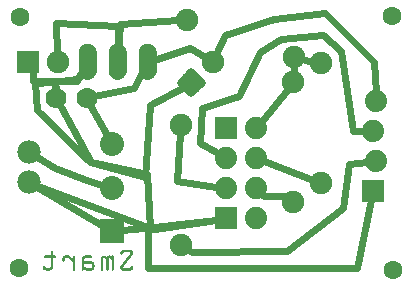
<source format=gbl>
G04 MADE WITH FRITZING*
G04 WWW.FRITZING.ORG*
G04 DOUBLE SIDED*
G04 HOLES PLATED*
G04 CONTOUR ON CENTER OF CONTOUR VECTOR*
%ASAXBY*%
%FSLAX23Y23*%
%MOIN*%
%OFA0B0*%
%SFA1.0B1.0*%
%ADD10C,0.075000*%
%ADD11C,0.062992*%
%ADD12C,0.078000*%
%ADD13C,0.080000*%
%ADD14C,0.070000*%
%ADD15C,0.060000*%
%ADD16C,0.074000*%
%ADD17C,0.074472*%
%ADD18R,0.075000X0.075000*%
%ADD19R,0.074108X0.074472*%
%ADD20C,0.024000*%
%ADD21C,0.020000*%
%ADD22R,0.001000X0.001000*%
%LNCOPPER0*%
G90*
G70*
G54D10*
X623Y899D03*
X980Y773D03*
G54D11*
X65Y70D03*
X66Y908D03*
X1310Y65D03*
X1306Y910D03*
G54D12*
X99Y356D03*
X99Y456D03*
G54D13*
X374Y194D03*
X374Y339D03*
X374Y484D03*
G54D10*
X639Y689D03*
X710Y759D03*
X93Y758D03*
X193Y758D03*
X1070Y353D03*
X1070Y753D03*
X979Y291D03*
X979Y691D03*
X605Y549D03*
X605Y149D03*
G54D14*
X189Y638D03*
X290Y638D03*
G54D15*
X293Y758D03*
X393Y758D03*
X493Y758D03*
G54D16*
X1245Y328D03*
X1255Y428D03*
X1245Y528D03*
X1255Y628D03*
G54D17*
X753Y236D03*
X853Y236D03*
X753Y337D03*
X853Y337D03*
X753Y438D03*
X853Y438D03*
X753Y538D03*
X853Y538D03*
G54D18*
X93Y758D03*
G54D19*
X753Y236D03*
X753Y538D03*
G54D20*
X344Y212D02*
X125Y340D01*
D02*
X501Y203D02*
X127Y345D01*
D02*
X490Y385D02*
X501Y203D01*
D02*
X303Y425D02*
X490Y385D01*
D02*
X202Y615D02*
X303Y425D01*
D02*
X301Y425D02*
X125Y599D01*
D02*
X116Y688D02*
X173Y691D01*
D02*
X173Y691D02*
X257Y702D01*
D02*
X257Y702D02*
X276Y732D01*
D02*
X125Y599D02*
X116Y688D01*
D02*
X485Y374D02*
X301Y425D01*
D02*
X501Y615D02*
X485Y374D01*
D02*
X614Y675D02*
X501Y615D01*
D02*
X493Y70D02*
X493Y198D01*
D02*
X493Y198D02*
X722Y232D01*
D02*
X1190Y70D02*
X493Y70D01*
D02*
X1239Y298D02*
X1190Y70D01*
D02*
X515Y206D02*
X722Y232D01*
D02*
X409Y197D02*
X515Y206D01*
D02*
X184Y695D02*
X187Y664D01*
D02*
X256Y695D02*
X184Y695D01*
D02*
X277Y731D02*
X256Y695D01*
D02*
X393Y878D02*
X393Y789D01*
D02*
X189Y886D02*
X393Y878D01*
D02*
X192Y786D02*
X189Y886D01*
D02*
X635Y804D02*
X523Y767D01*
D02*
X685Y774D02*
X635Y804D01*
D02*
X184Y671D02*
X185Y664D01*
D02*
X184Y695D02*
X184Y671D01*
D02*
X112Y695D02*
X184Y695D01*
D02*
X112Y719D02*
X112Y695D01*
D02*
X106Y732D02*
X112Y719D01*
D02*
X873Y562D02*
X961Y669D01*
D02*
X641Y123D02*
X628Y132D01*
D02*
X956Y126D02*
X641Y123D01*
D02*
X1143Y271D02*
X956Y126D01*
D02*
X1164Y416D02*
X1143Y271D01*
D02*
X1225Y424D02*
X1164Y416D01*
D02*
X667Y486D02*
X726Y453D01*
D02*
X675Y604D02*
X667Y486D01*
D02*
X797Y643D02*
X675Y604D01*
D02*
X869Y791D02*
X797Y643D01*
D02*
X939Y834D02*
X869Y791D01*
D02*
X1078Y849D02*
X939Y834D01*
D02*
X1139Y793D02*
X1078Y849D01*
D02*
X1179Y529D02*
X1139Y793D01*
D02*
X1214Y529D02*
X1179Y529D01*
D02*
X915Y900D02*
X1084Y920D01*
D02*
X1084Y920D02*
X1247Y756D01*
D02*
X751Y847D02*
X915Y900D01*
D02*
X1247Y756D02*
X1253Y659D01*
D02*
X722Y785D02*
X751Y847D01*
D02*
X594Y897D02*
X401Y884D01*
D02*
X401Y884D02*
X395Y789D01*
D02*
X448Y671D02*
X315Y643D01*
D02*
X479Y730D02*
X448Y671D01*
D02*
X302Y615D02*
X358Y514D01*
D02*
X980Y720D02*
X980Y744D01*
D02*
X1008Y766D02*
X1042Y759D01*
D02*
X183Y404D02*
X125Y440D01*
D02*
X297Y360D02*
X183Y404D01*
D02*
X341Y348D02*
X297Y360D01*
D02*
X1043Y363D02*
X882Y426D01*
D02*
X591Y362D02*
X722Y342D01*
D02*
X602Y520D02*
X591Y362D01*
D02*
X880Y311D02*
X875Y315D01*
D02*
X952Y311D02*
X880Y311D01*
D02*
X956Y308D02*
X952Y311D01*
G54D21*
X639Y728D02*
X678Y689D01*
X639Y650D01*
X600Y689D01*
X639Y728D01*
D02*
G54D22*
X292Y818D02*
X293Y818D01*
X392Y818D02*
X393Y818D01*
X492Y818D02*
X493Y818D01*
X285Y817D02*
X300Y817D01*
X385Y817D02*
X400Y817D01*
X485Y817D02*
X500Y817D01*
X282Y816D02*
X303Y816D01*
X382Y816D02*
X403Y816D01*
X482Y816D02*
X503Y816D01*
X280Y815D02*
X305Y815D01*
X380Y815D02*
X405Y815D01*
X480Y815D02*
X505Y815D01*
X278Y814D02*
X307Y814D01*
X378Y814D02*
X407Y814D01*
X478Y814D02*
X507Y814D01*
X277Y813D02*
X309Y813D01*
X377Y813D02*
X409Y813D01*
X477Y813D02*
X509Y813D01*
X275Y812D02*
X310Y812D01*
X375Y812D02*
X410Y812D01*
X475Y812D02*
X510Y812D01*
X274Y811D02*
X311Y811D01*
X374Y811D02*
X411Y811D01*
X474Y811D02*
X511Y811D01*
X273Y810D02*
X313Y810D01*
X373Y810D02*
X413Y810D01*
X473Y810D02*
X513Y810D01*
X272Y809D02*
X314Y809D01*
X372Y809D02*
X414Y809D01*
X472Y809D02*
X514Y809D01*
X271Y808D02*
X315Y808D01*
X371Y808D02*
X415Y808D01*
X471Y808D02*
X515Y808D01*
X270Y807D02*
X315Y807D01*
X370Y807D02*
X415Y807D01*
X470Y807D02*
X515Y807D01*
X269Y806D02*
X316Y806D01*
X369Y806D02*
X416Y806D01*
X469Y806D02*
X516Y806D01*
X268Y805D02*
X317Y805D01*
X368Y805D02*
X417Y805D01*
X468Y805D02*
X517Y805D01*
X268Y804D02*
X318Y804D01*
X368Y804D02*
X418Y804D01*
X468Y804D02*
X518Y804D01*
X267Y803D02*
X318Y803D01*
X367Y803D02*
X418Y803D01*
X467Y803D02*
X518Y803D01*
X267Y802D02*
X319Y802D01*
X367Y802D02*
X419Y802D01*
X467Y802D02*
X519Y802D01*
X266Y801D02*
X319Y801D01*
X366Y801D02*
X419Y801D01*
X466Y801D02*
X519Y801D01*
X266Y800D02*
X320Y800D01*
X366Y800D02*
X420Y800D01*
X466Y800D02*
X520Y800D01*
X265Y799D02*
X320Y799D01*
X365Y799D02*
X420Y799D01*
X465Y799D02*
X520Y799D01*
X265Y798D02*
X320Y798D01*
X365Y798D02*
X420Y798D01*
X465Y798D02*
X520Y798D01*
X265Y797D02*
X321Y797D01*
X365Y797D02*
X421Y797D01*
X465Y797D02*
X521Y797D01*
X264Y796D02*
X321Y796D01*
X364Y796D02*
X421Y796D01*
X464Y796D02*
X521Y796D01*
X264Y795D02*
X321Y795D01*
X364Y795D02*
X421Y795D01*
X464Y795D02*
X521Y795D01*
X264Y794D02*
X322Y794D01*
X364Y794D02*
X422Y794D01*
X464Y794D02*
X522Y794D01*
X264Y793D02*
X322Y793D01*
X364Y793D02*
X422Y793D01*
X464Y793D02*
X522Y793D01*
X263Y792D02*
X322Y792D01*
X363Y792D02*
X422Y792D01*
X463Y792D02*
X522Y792D01*
X263Y791D02*
X322Y791D01*
X363Y791D02*
X422Y791D01*
X463Y791D02*
X522Y791D01*
X263Y790D02*
X322Y790D01*
X363Y790D02*
X422Y790D01*
X463Y790D02*
X522Y790D01*
X263Y789D02*
X322Y789D01*
X363Y789D02*
X422Y789D01*
X463Y789D02*
X522Y789D01*
X263Y788D02*
X322Y788D01*
X363Y788D02*
X422Y788D01*
X463Y788D02*
X522Y788D01*
X263Y787D02*
X322Y787D01*
X363Y787D02*
X422Y787D01*
X463Y787D02*
X522Y787D01*
X263Y786D02*
X322Y786D01*
X363Y786D02*
X422Y786D01*
X463Y786D02*
X522Y786D01*
X263Y785D02*
X322Y785D01*
X363Y785D02*
X422Y785D01*
X463Y785D02*
X522Y785D01*
X263Y784D02*
X322Y784D01*
X363Y784D02*
X422Y784D01*
X463Y784D02*
X522Y784D01*
X263Y783D02*
X322Y783D01*
X363Y783D02*
X422Y783D01*
X463Y783D02*
X522Y783D01*
X263Y782D02*
X322Y782D01*
X363Y782D02*
X422Y782D01*
X463Y782D02*
X522Y782D01*
X263Y781D02*
X322Y781D01*
X363Y781D02*
X422Y781D01*
X463Y781D02*
X522Y781D01*
X263Y780D02*
X322Y780D01*
X363Y780D02*
X422Y780D01*
X463Y780D02*
X522Y780D01*
X263Y779D02*
X322Y779D01*
X363Y779D02*
X422Y779D01*
X463Y779D02*
X522Y779D01*
X263Y778D02*
X292Y778D01*
X294Y778D02*
X322Y778D01*
X363Y778D02*
X392Y778D01*
X394Y778D02*
X422Y778D01*
X463Y778D02*
X492Y778D01*
X494Y778D02*
X522Y778D01*
X263Y777D02*
X286Y777D01*
X299Y777D02*
X322Y777D01*
X363Y777D02*
X386Y777D01*
X399Y777D02*
X422Y777D01*
X463Y777D02*
X486Y777D01*
X499Y777D02*
X522Y777D01*
X263Y776D02*
X283Y776D01*
X302Y776D02*
X322Y776D01*
X363Y776D02*
X383Y776D01*
X402Y776D02*
X422Y776D01*
X463Y776D02*
X483Y776D01*
X502Y776D02*
X522Y776D01*
X263Y775D02*
X282Y775D01*
X304Y775D02*
X322Y775D01*
X363Y775D02*
X382Y775D01*
X404Y775D02*
X422Y775D01*
X463Y775D02*
X482Y775D01*
X504Y775D02*
X522Y775D01*
X263Y774D02*
X280Y774D01*
X305Y774D02*
X322Y774D01*
X363Y774D02*
X380Y774D01*
X405Y774D02*
X422Y774D01*
X463Y774D02*
X480Y774D01*
X505Y774D02*
X522Y774D01*
X263Y773D02*
X279Y773D01*
X306Y773D02*
X322Y773D01*
X363Y773D02*
X379Y773D01*
X406Y773D02*
X422Y773D01*
X463Y773D02*
X479Y773D01*
X506Y773D02*
X522Y773D01*
X263Y772D02*
X278Y772D01*
X307Y772D02*
X322Y772D01*
X363Y772D02*
X378Y772D01*
X407Y772D02*
X422Y772D01*
X463Y772D02*
X478Y772D01*
X507Y772D02*
X522Y772D01*
X263Y771D02*
X277Y771D01*
X308Y771D02*
X322Y771D01*
X363Y771D02*
X377Y771D01*
X408Y771D02*
X422Y771D01*
X463Y771D02*
X477Y771D01*
X508Y771D02*
X522Y771D01*
X263Y770D02*
X276Y770D01*
X309Y770D02*
X322Y770D01*
X363Y770D02*
X376Y770D01*
X409Y770D02*
X422Y770D01*
X463Y770D02*
X476Y770D01*
X509Y770D02*
X522Y770D01*
X263Y769D02*
X275Y769D01*
X310Y769D02*
X322Y769D01*
X363Y769D02*
X375Y769D01*
X410Y769D02*
X422Y769D01*
X463Y769D02*
X475Y769D01*
X510Y769D02*
X522Y769D01*
X263Y768D02*
X275Y768D01*
X310Y768D02*
X322Y768D01*
X363Y768D02*
X375Y768D01*
X410Y768D02*
X422Y768D01*
X463Y768D02*
X475Y768D01*
X510Y768D02*
X522Y768D01*
X263Y767D02*
X274Y767D01*
X311Y767D02*
X322Y767D01*
X363Y767D02*
X374Y767D01*
X411Y767D02*
X422Y767D01*
X463Y767D02*
X474Y767D01*
X511Y767D02*
X522Y767D01*
X263Y766D02*
X274Y766D01*
X311Y766D02*
X322Y766D01*
X363Y766D02*
X374Y766D01*
X411Y766D02*
X422Y766D01*
X463Y766D02*
X474Y766D01*
X511Y766D02*
X522Y766D01*
X263Y765D02*
X273Y765D01*
X312Y765D02*
X322Y765D01*
X363Y765D02*
X373Y765D01*
X412Y765D02*
X422Y765D01*
X463Y765D02*
X473Y765D01*
X512Y765D02*
X522Y765D01*
X263Y764D02*
X273Y764D01*
X312Y764D02*
X322Y764D01*
X363Y764D02*
X373Y764D01*
X412Y764D02*
X422Y764D01*
X463Y764D02*
X473Y764D01*
X512Y764D02*
X522Y764D01*
X263Y763D02*
X273Y763D01*
X312Y763D02*
X322Y763D01*
X363Y763D02*
X373Y763D01*
X412Y763D02*
X422Y763D01*
X463Y763D02*
X473Y763D01*
X512Y763D02*
X522Y763D01*
X263Y762D02*
X273Y762D01*
X313Y762D02*
X322Y762D01*
X363Y762D02*
X373Y762D01*
X413Y762D02*
X422Y762D01*
X463Y762D02*
X473Y762D01*
X513Y762D02*
X522Y762D01*
X263Y761D02*
X272Y761D01*
X313Y761D02*
X322Y761D01*
X363Y761D02*
X372Y761D01*
X413Y761D02*
X422Y761D01*
X463Y761D02*
X472Y761D01*
X513Y761D02*
X522Y761D01*
X263Y760D02*
X272Y760D01*
X313Y760D02*
X322Y760D01*
X363Y760D02*
X372Y760D01*
X413Y760D02*
X422Y760D01*
X463Y760D02*
X472Y760D01*
X513Y760D02*
X522Y760D01*
X263Y759D02*
X272Y759D01*
X313Y759D02*
X322Y759D01*
X363Y759D02*
X372Y759D01*
X413Y759D02*
X422Y759D01*
X463Y759D02*
X472Y759D01*
X513Y759D02*
X522Y759D01*
X263Y758D02*
X272Y758D01*
X313Y758D02*
X322Y758D01*
X363Y758D02*
X372Y758D01*
X413Y758D02*
X422Y758D01*
X463Y758D02*
X472Y758D01*
X513Y758D02*
X522Y758D01*
X263Y757D02*
X272Y757D01*
X313Y757D02*
X322Y757D01*
X363Y757D02*
X372Y757D01*
X413Y757D02*
X422Y757D01*
X463Y757D02*
X472Y757D01*
X513Y757D02*
X522Y757D01*
X263Y756D02*
X272Y756D01*
X313Y756D02*
X322Y756D01*
X363Y756D02*
X372Y756D01*
X413Y756D02*
X422Y756D01*
X463Y756D02*
X472Y756D01*
X513Y756D02*
X522Y756D01*
X263Y755D02*
X272Y755D01*
X313Y755D02*
X322Y755D01*
X363Y755D02*
X372Y755D01*
X413Y755D02*
X422Y755D01*
X463Y755D02*
X472Y755D01*
X513Y755D02*
X522Y755D01*
X263Y754D02*
X273Y754D01*
X313Y754D02*
X322Y754D01*
X363Y754D02*
X373Y754D01*
X413Y754D02*
X422Y754D01*
X463Y754D02*
X473Y754D01*
X513Y754D02*
X522Y754D01*
X263Y753D02*
X273Y753D01*
X312Y753D02*
X322Y753D01*
X363Y753D02*
X373Y753D01*
X412Y753D02*
X422Y753D01*
X463Y753D02*
X473Y753D01*
X512Y753D02*
X522Y753D01*
X263Y752D02*
X273Y752D01*
X312Y752D02*
X322Y752D01*
X363Y752D02*
X373Y752D01*
X412Y752D02*
X422Y752D01*
X463Y752D02*
X473Y752D01*
X512Y752D02*
X522Y752D01*
X263Y751D02*
X273Y751D01*
X312Y751D02*
X322Y751D01*
X363Y751D02*
X373Y751D01*
X412Y751D02*
X422Y751D01*
X463Y751D02*
X473Y751D01*
X512Y751D02*
X522Y751D01*
X263Y750D02*
X274Y750D01*
X311Y750D02*
X322Y750D01*
X363Y750D02*
X374Y750D01*
X411Y750D02*
X422Y750D01*
X463Y750D02*
X474Y750D01*
X511Y750D02*
X522Y750D01*
X263Y749D02*
X274Y749D01*
X311Y749D02*
X322Y749D01*
X363Y749D02*
X374Y749D01*
X411Y749D02*
X422Y749D01*
X463Y749D02*
X474Y749D01*
X511Y749D02*
X522Y749D01*
X263Y748D02*
X275Y748D01*
X310Y748D02*
X322Y748D01*
X363Y748D02*
X375Y748D01*
X410Y748D02*
X422Y748D01*
X463Y748D02*
X475Y748D01*
X510Y748D02*
X522Y748D01*
X263Y747D02*
X276Y747D01*
X310Y747D02*
X322Y747D01*
X363Y747D02*
X376Y747D01*
X410Y747D02*
X422Y747D01*
X463Y747D02*
X476Y747D01*
X510Y747D02*
X522Y747D01*
X263Y746D02*
X276Y746D01*
X309Y746D02*
X322Y746D01*
X363Y746D02*
X376Y746D01*
X409Y746D02*
X422Y746D01*
X463Y746D02*
X476Y746D01*
X509Y746D02*
X522Y746D01*
X263Y745D02*
X277Y745D01*
X308Y745D02*
X322Y745D01*
X363Y745D02*
X377Y745D01*
X408Y745D02*
X422Y745D01*
X463Y745D02*
X477Y745D01*
X508Y745D02*
X522Y745D01*
X263Y744D02*
X278Y744D01*
X307Y744D02*
X322Y744D01*
X363Y744D02*
X378Y744D01*
X407Y744D02*
X422Y744D01*
X463Y744D02*
X478Y744D01*
X507Y744D02*
X522Y744D01*
X263Y743D02*
X279Y743D01*
X306Y743D02*
X322Y743D01*
X363Y743D02*
X379Y743D01*
X406Y743D02*
X422Y743D01*
X463Y743D02*
X479Y743D01*
X506Y743D02*
X522Y743D01*
X263Y742D02*
X280Y742D01*
X305Y742D02*
X322Y742D01*
X363Y742D02*
X380Y742D01*
X405Y742D02*
X422Y742D01*
X463Y742D02*
X480Y742D01*
X505Y742D02*
X522Y742D01*
X263Y741D02*
X282Y741D01*
X303Y741D02*
X322Y741D01*
X363Y741D02*
X382Y741D01*
X403Y741D02*
X422Y741D01*
X463Y741D02*
X482Y741D01*
X503Y741D02*
X522Y741D01*
X263Y740D02*
X284Y740D01*
X302Y740D02*
X322Y740D01*
X363Y740D02*
X384Y740D01*
X402Y740D02*
X422Y740D01*
X463Y740D02*
X484Y740D01*
X502Y740D02*
X522Y740D01*
X263Y739D02*
X286Y739D01*
X299Y739D02*
X322Y739D01*
X363Y739D02*
X386Y739D01*
X399Y739D02*
X422Y739D01*
X463Y739D02*
X486Y739D01*
X499Y739D02*
X522Y739D01*
X263Y738D02*
X322Y738D01*
X363Y738D02*
X422Y738D01*
X463Y738D02*
X522Y738D01*
X263Y737D02*
X322Y737D01*
X363Y737D02*
X422Y737D01*
X463Y737D02*
X522Y737D01*
X263Y736D02*
X322Y736D01*
X363Y736D02*
X422Y736D01*
X463Y736D02*
X522Y736D01*
X263Y735D02*
X322Y735D01*
X363Y735D02*
X422Y735D01*
X463Y735D02*
X522Y735D01*
X263Y734D02*
X322Y734D01*
X363Y734D02*
X422Y734D01*
X463Y734D02*
X522Y734D01*
X263Y733D02*
X322Y733D01*
X363Y733D02*
X422Y733D01*
X463Y733D02*
X522Y733D01*
X263Y732D02*
X322Y732D01*
X363Y732D02*
X422Y732D01*
X463Y732D02*
X522Y732D01*
X263Y731D02*
X322Y731D01*
X363Y731D02*
X422Y731D01*
X463Y731D02*
X522Y731D01*
X263Y730D02*
X322Y730D01*
X363Y730D02*
X422Y730D01*
X463Y730D02*
X522Y730D01*
X263Y729D02*
X322Y729D01*
X363Y729D02*
X422Y729D01*
X463Y729D02*
X522Y729D01*
X263Y728D02*
X322Y728D01*
X363Y728D02*
X422Y728D01*
X463Y728D02*
X522Y728D01*
X263Y727D02*
X322Y727D01*
X363Y727D02*
X422Y727D01*
X463Y727D02*
X522Y727D01*
X263Y726D02*
X322Y726D01*
X363Y726D02*
X422Y726D01*
X463Y726D02*
X522Y726D01*
X263Y725D02*
X322Y725D01*
X363Y725D02*
X422Y725D01*
X463Y725D02*
X522Y725D01*
X263Y724D02*
X322Y724D01*
X363Y724D02*
X422Y724D01*
X463Y724D02*
X522Y724D01*
X264Y723D02*
X322Y723D01*
X364Y723D02*
X422Y723D01*
X464Y723D02*
X522Y723D01*
X264Y722D02*
X322Y722D01*
X364Y722D02*
X422Y722D01*
X464Y722D02*
X522Y722D01*
X264Y721D02*
X321Y721D01*
X364Y721D02*
X421Y721D01*
X464Y721D02*
X521Y721D01*
X264Y720D02*
X321Y720D01*
X364Y720D02*
X421Y720D01*
X464Y720D02*
X521Y720D01*
X265Y719D02*
X321Y719D01*
X365Y719D02*
X421Y719D01*
X465Y719D02*
X521Y719D01*
X265Y718D02*
X320Y718D01*
X365Y718D02*
X420Y718D01*
X465Y718D02*
X520Y718D01*
X265Y717D02*
X320Y717D01*
X365Y717D02*
X420Y717D01*
X465Y717D02*
X520Y717D01*
X266Y716D02*
X320Y716D01*
X366Y716D02*
X420Y716D01*
X466Y716D02*
X520Y716D01*
X266Y715D02*
X319Y715D01*
X366Y715D02*
X419Y715D01*
X466Y715D02*
X519Y715D01*
X267Y714D02*
X319Y714D01*
X367Y714D02*
X419Y714D01*
X467Y714D02*
X519Y714D01*
X267Y713D02*
X318Y713D01*
X367Y713D02*
X418Y713D01*
X467Y713D02*
X518Y713D01*
X268Y712D02*
X317Y712D01*
X368Y712D02*
X417Y712D01*
X468Y712D02*
X517Y712D01*
X268Y711D02*
X317Y711D01*
X368Y711D02*
X417Y711D01*
X468Y711D02*
X517Y711D01*
X269Y710D02*
X316Y710D01*
X369Y710D02*
X416Y710D01*
X469Y710D02*
X516Y710D01*
X270Y709D02*
X315Y709D01*
X370Y709D02*
X415Y709D01*
X470Y709D02*
X515Y709D01*
X271Y708D02*
X314Y708D01*
X371Y708D02*
X414Y708D01*
X471Y708D02*
X514Y708D01*
X272Y707D02*
X313Y707D01*
X372Y707D02*
X413Y707D01*
X472Y707D02*
X513Y707D01*
X273Y706D02*
X312Y706D01*
X373Y706D02*
X412Y706D01*
X473Y706D02*
X512Y706D01*
X274Y705D02*
X311Y705D01*
X374Y705D02*
X411Y705D01*
X474Y705D02*
X511Y705D01*
X275Y704D02*
X310Y704D01*
X375Y704D02*
X410Y704D01*
X475Y704D02*
X510Y704D01*
X277Y703D02*
X309Y703D01*
X377Y703D02*
X409Y703D01*
X477Y703D02*
X509Y703D01*
X278Y702D02*
X307Y702D01*
X378Y702D02*
X407Y702D01*
X478Y702D02*
X507Y702D01*
X280Y701D02*
X305Y701D01*
X380Y701D02*
X405Y701D01*
X480Y701D02*
X505Y701D01*
X283Y700D02*
X303Y700D01*
X383Y700D02*
X403Y700D01*
X483Y700D02*
X503Y700D01*
X286Y699D02*
X299Y699D01*
X386Y699D02*
X399Y699D01*
X486Y699D02*
X499Y699D01*
X1208Y365D02*
X1281Y365D01*
X1208Y364D02*
X1281Y364D01*
X1208Y363D02*
X1281Y363D01*
X1208Y362D02*
X1281Y362D01*
X1208Y361D02*
X1281Y361D01*
X1208Y360D02*
X1281Y360D01*
X1208Y359D02*
X1281Y359D01*
X1208Y358D02*
X1281Y358D01*
X1208Y357D02*
X1281Y357D01*
X1208Y356D02*
X1281Y356D01*
X1208Y355D02*
X1281Y355D01*
X1208Y354D02*
X1281Y354D01*
X1208Y353D02*
X1281Y353D01*
X1208Y352D02*
X1281Y352D01*
X1208Y351D02*
X1281Y351D01*
X1208Y350D02*
X1281Y350D01*
X1208Y349D02*
X1281Y349D01*
X1208Y348D02*
X1240Y348D01*
X1250Y348D02*
X1281Y348D01*
X1208Y347D02*
X1236Y347D01*
X1253Y347D02*
X1281Y347D01*
X1208Y346D02*
X1235Y346D01*
X1255Y346D02*
X1281Y346D01*
X1208Y345D02*
X1233Y345D01*
X1257Y345D02*
X1281Y345D01*
X1208Y344D02*
X1232Y344D01*
X1258Y344D02*
X1281Y344D01*
X1208Y343D02*
X1230Y343D01*
X1259Y343D02*
X1281Y343D01*
X1208Y342D02*
X1229Y342D01*
X1260Y342D02*
X1281Y342D01*
X1208Y341D02*
X1229Y341D01*
X1261Y341D02*
X1281Y341D01*
X1208Y340D02*
X1228Y340D01*
X1262Y340D02*
X1281Y340D01*
X1208Y339D02*
X1227Y339D01*
X1262Y339D02*
X1281Y339D01*
X1208Y338D02*
X1227Y338D01*
X1263Y338D02*
X1281Y338D01*
X1208Y337D02*
X1226Y337D01*
X1263Y337D02*
X1281Y337D01*
X1208Y336D02*
X1226Y336D01*
X1264Y336D02*
X1281Y336D01*
X1208Y335D02*
X1225Y335D01*
X1264Y335D02*
X1281Y335D01*
X1208Y334D02*
X1225Y334D01*
X1264Y334D02*
X1281Y334D01*
X1208Y333D02*
X1225Y333D01*
X1265Y333D02*
X1281Y333D01*
X1208Y332D02*
X1225Y332D01*
X1265Y332D02*
X1281Y332D01*
X1208Y331D02*
X1224Y331D01*
X1265Y331D02*
X1281Y331D01*
X1208Y330D02*
X1224Y330D01*
X1265Y330D02*
X1281Y330D01*
X1208Y329D02*
X1224Y329D01*
X1265Y329D02*
X1281Y329D01*
X1208Y328D02*
X1224Y328D01*
X1265Y328D02*
X1281Y328D01*
X1208Y327D02*
X1224Y327D01*
X1265Y327D02*
X1281Y327D01*
X1208Y326D02*
X1225Y326D01*
X1265Y326D02*
X1281Y326D01*
X1208Y325D02*
X1225Y325D01*
X1265Y325D02*
X1281Y325D01*
X1208Y324D02*
X1225Y324D01*
X1265Y324D02*
X1281Y324D01*
X1208Y323D02*
X1225Y323D01*
X1264Y323D02*
X1281Y323D01*
X1208Y322D02*
X1225Y322D01*
X1264Y322D02*
X1281Y322D01*
X1208Y321D02*
X1226Y321D01*
X1264Y321D02*
X1281Y321D01*
X1208Y320D02*
X1226Y320D01*
X1263Y320D02*
X1281Y320D01*
X1208Y319D02*
X1227Y319D01*
X1263Y319D02*
X1281Y319D01*
X1208Y318D02*
X1227Y318D01*
X1262Y318D02*
X1281Y318D01*
X1208Y317D02*
X1228Y317D01*
X1261Y317D02*
X1281Y317D01*
X1208Y316D02*
X1229Y316D01*
X1261Y316D02*
X1281Y316D01*
X1208Y315D02*
X1230Y315D01*
X1260Y315D02*
X1281Y315D01*
X1208Y314D02*
X1231Y314D01*
X1259Y314D02*
X1281Y314D01*
X1208Y313D02*
X1232Y313D01*
X1258Y313D02*
X1281Y313D01*
X1208Y312D02*
X1233Y312D01*
X1256Y312D02*
X1281Y312D01*
X1208Y311D02*
X1235Y311D01*
X1254Y311D02*
X1281Y311D01*
X1208Y310D02*
X1237Y310D01*
X1252Y310D02*
X1281Y310D01*
X1208Y309D02*
X1241Y309D01*
X1249Y309D02*
X1281Y309D01*
X1208Y308D02*
X1281Y308D01*
X1208Y307D02*
X1281Y307D01*
X1208Y306D02*
X1281Y306D01*
X1208Y305D02*
X1281Y305D01*
X1208Y304D02*
X1281Y304D01*
X1208Y303D02*
X1281Y303D01*
X1208Y302D02*
X1281Y302D01*
X1208Y301D02*
X1281Y301D01*
X1208Y300D02*
X1281Y300D01*
X1208Y299D02*
X1281Y299D01*
X1208Y298D02*
X1281Y298D01*
X1208Y297D02*
X1281Y297D01*
X1208Y296D02*
X1281Y296D01*
X1208Y295D02*
X1281Y295D01*
X1208Y294D02*
X1281Y294D01*
X1208Y293D02*
X1281Y293D01*
X1208Y292D02*
X1281Y292D01*
X334Y234D02*
X413Y234D01*
X334Y233D02*
X413Y233D01*
X334Y232D02*
X413Y232D01*
X334Y231D02*
X413Y231D01*
X334Y230D02*
X413Y230D01*
X334Y229D02*
X413Y229D01*
X334Y228D02*
X413Y228D01*
X334Y227D02*
X413Y227D01*
X334Y226D02*
X413Y226D01*
X334Y225D02*
X413Y225D01*
X334Y224D02*
X413Y224D01*
X334Y223D02*
X413Y223D01*
X334Y222D02*
X413Y222D01*
X334Y221D02*
X413Y221D01*
X334Y220D02*
X413Y220D01*
X334Y219D02*
X413Y219D01*
X334Y218D02*
X369Y218D01*
X379Y218D02*
X413Y218D01*
X334Y217D02*
X365Y217D01*
X383Y217D02*
X413Y217D01*
X334Y216D02*
X363Y216D01*
X385Y216D02*
X413Y216D01*
X334Y215D02*
X361Y215D01*
X387Y215D02*
X413Y215D01*
X334Y214D02*
X359Y214D01*
X388Y214D02*
X413Y214D01*
X334Y213D02*
X358Y213D01*
X389Y213D02*
X413Y213D01*
X334Y212D02*
X357Y212D01*
X391Y212D02*
X413Y212D01*
X334Y211D02*
X356Y211D01*
X392Y211D02*
X413Y211D01*
X334Y210D02*
X355Y210D01*
X392Y210D02*
X413Y210D01*
X334Y209D02*
X354Y209D01*
X393Y209D02*
X413Y209D01*
X334Y208D02*
X354Y208D01*
X394Y208D02*
X413Y208D01*
X334Y207D02*
X353Y207D01*
X395Y207D02*
X413Y207D01*
X334Y206D02*
X352Y206D01*
X395Y206D02*
X413Y206D01*
X334Y205D02*
X352Y205D01*
X396Y205D02*
X413Y205D01*
X334Y204D02*
X352Y204D01*
X396Y204D02*
X413Y204D01*
X334Y203D02*
X351Y203D01*
X397Y203D02*
X413Y203D01*
X334Y202D02*
X351Y202D01*
X397Y202D02*
X413Y202D01*
X334Y201D02*
X350Y201D01*
X397Y201D02*
X413Y201D01*
X334Y200D02*
X350Y200D01*
X397Y200D02*
X413Y200D01*
X334Y199D02*
X350Y199D01*
X398Y199D02*
X413Y199D01*
X334Y198D02*
X350Y198D01*
X398Y198D02*
X413Y198D01*
X334Y197D02*
X350Y197D01*
X398Y197D02*
X413Y197D01*
X334Y196D02*
X350Y196D01*
X398Y196D02*
X413Y196D01*
X334Y195D02*
X350Y195D01*
X398Y195D02*
X413Y195D01*
X334Y194D02*
X350Y194D01*
X398Y194D02*
X413Y194D01*
X334Y193D02*
X350Y193D01*
X398Y193D02*
X413Y193D01*
X334Y192D02*
X350Y192D01*
X398Y192D02*
X413Y192D01*
X334Y191D02*
X350Y191D01*
X398Y191D02*
X413Y191D01*
X334Y190D02*
X350Y190D01*
X397Y190D02*
X413Y190D01*
X334Y189D02*
X350Y189D01*
X397Y189D02*
X413Y189D01*
X334Y188D02*
X351Y188D01*
X397Y188D02*
X413Y188D01*
X334Y187D02*
X351Y187D01*
X397Y187D02*
X413Y187D01*
X334Y186D02*
X351Y186D01*
X396Y186D02*
X413Y186D01*
X334Y185D02*
X352Y185D01*
X396Y185D02*
X413Y185D01*
X334Y184D02*
X352Y184D01*
X395Y184D02*
X413Y184D01*
X334Y183D02*
X353Y183D01*
X395Y183D02*
X413Y183D01*
X334Y182D02*
X354Y182D01*
X394Y182D02*
X413Y182D01*
X334Y181D02*
X354Y181D01*
X393Y181D02*
X413Y181D01*
X334Y180D02*
X355Y180D01*
X393Y180D02*
X413Y180D01*
X334Y179D02*
X356Y179D01*
X392Y179D02*
X413Y179D01*
X334Y178D02*
X357Y178D01*
X391Y178D02*
X413Y178D01*
X334Y177D02*
X358Y177D01*
X390Y177D02*
X413Y177D01*
X334Y176D02*
X359Y176D01*
X389Y176D02*
X413Y176D01*
X334Y175D02*
X361Y175D01*
X387Y175D02*
X413Y175D01*
X334Y174D02*
X362Y174D01*
X385Y174D02*
X413Y174D01*
X334Y173D02*
X364Y173D01*
X383Y173D02*
X413Y173D01*
X334Y172D02*
X368Y172D01*
X380Y172D02*
X413Y172D01*
X334Y171D02*
X413Y171D01*
X334Y170D02*
X413Y170D01*
X334Y169D02*
X413Y169D01*
X334Y168D02*
X413Y168D01*
X334Y167D02*
X413Y167D01*
X334Y166D02*
X413Y166D01*
X334Y165D02*
X413Y165D01*
X334Y164D02*
X413Y164D01*
X334Y163D02*
X413Y163D01*
X334Y162D02*
X413Y162D01*
X334Y161D02*
X413Y161D01*
X334Y160D02*
X413Y160D01*
X334Y159D02*
X413Y159D01*
X334Y158D02*
X413Y158D01*
X334Y157D02*
X413Y157D01*
X334Y156D02*
X413Y156D01*
X335Y155D02*
X413Y155D01*
X412Y131D02*
X436Y131D01*
X408Y130D02*
X439Y130D01*
X407Y129D02*
X441Y129D01*
X405Y128D02*
X442Y128D01*
X172Y127D02*
X175Y127D01*
X404Y127D02*
X443Y127D01*
X171Y126D02*
X176Y126D01*
X404Y126D02*
X443Y126D01*
X170Y125D02*
X177Y125D01*
X403Y125D02*
X444Y125D01*
X170Y124D02*
X177Y124D01*
X402Y124D02*
X444Y124D01*
X170Y123D02*
X178Y123D01*
X402Y123D02*
X445Y123D01*
X170Y122D02*
X178Y122D01*
X402Y122D02*
X412Y122D01*
X436Y122D02*
X445Y122D01*
X170Y121D02*
X178Y121D01*
X402Y121D02*
X410Y121D01*
X437Y121D02*
X445Y121D01*
X170Y120D02*
X178Y120D01*
X401Y120D02*
X410Y120D01*
X436Y120D02*
X445Y120D01*
X170Y119D02*
X178Y119D01*
X401Y119D02*
X409Y119D01*
X436Y119D02*
X445Y119D01*
X170Y118D02*
X178Y118D01*
X402Y118D02*
X409Y118D01*
X435Y118D02*
X444Y118D01*
X170Y117D02*
X178Y117D01*
X402Y117D02*
X409Y117D01*
X434Y117D02*
X444Y117D01*
X170Y116D02*
X178Y116D01*
X403Y116D02*
X408Y116D01*
X433Y116D02*
X444Y116D01*
X170Y115D02*
X178Y115D01*
X404Y115D02*
X407Y115D01*
X432Y115D02*
X443Y115D01*
X170Y114D02*
X178Y114D01*
X432Y114D02*
X442Y114D01*
X170Y113D02*
X178Y113D01*
X431Y113D02*
X441Y113D01*
X151Y112D02*
X183Y112D01*
X219Y112D02*
X230Y112D01*
X247Y112D02*
X248Y112D01*
X284Y112D02*
X303Y112D01*
X364Y112D02*
X366Y112D01*
X376Y112D02*
X377Y112D01*
X430Y112D02*
X441Y112D01*
X149Y111D02*
X185Y111D01*
X216Y111D02*
X232Y111D01*
X245Y111D02*
X250Y111D01*
X281Y111D02*
X305Y111D01*
X343Y111D02*
X351Y111D01*
X360Y111D02*
X369Y111D01*
X375Y111D02*
X379Y111D01*
X429Y111D02*
X440Y111D01*
X148Y110D02*
X186Y110D01*
X214Y110D02*
X233Y110D01*
X244Y110D02*
X250Y110D01*
X279Y110D02*
X306Y110D01*
X342Y110D02*
X353Y110D01*
X359Y110D02*
X371Y110D01*
X374Y110D02*
X380Y110D01*
X429Y110D02*
X439Y110D01*
X148Y109D02*
X186Y109D01*
X212Y109D02*
X234Y109D01*
X243Y109D02*
X251Y109D01*
X278Y109D02*
X307Y109D01*
X340Y109D02*
X354Y109D01*
X358Y109D02*
X381Y109D01*
X428Y109D02*
X438Y109D01*
X148Y108D02*
X186Y108D01*
X211Y108D02*
X235Y108D01*
X243Y108D02*
X251Y108D01*
X277Y108D02*
X307Y108D01*
X339Y108D02*
X381Y108D01*
X427Y108D02*
X438Y108D01*
X148Y107D02*
X186Y107D01*
X211Y107D02*
X237Y107D01*
X243Y107D02*
X251Y107D01*
X276Y107D02*
X307Y107D01*
X338Y107D02*
X381Y107D01*
X426Y107D02*
X437Y107D01*
X148Y106D02*
X186Y106D01*
X210Y106D02*
X238Y106D01*
X243Y106D02*
X251Y106D01*
X275Y106D02*
X306Y106D01*
X338Y106D02*
X381Y106D01*
X425Y106D02*
X436Y106D01*
X148Y105D02*
X185Y105D01*
X209Y105D02*
X239Y105D01*
X243Y105D02*
X251Y105D01*
X274Y105D02*
X306Y105D01*
X337Y105D02*
X381Y105D01*
X425Y105D02*
X435Y105D01*
X150Y104D02*
X185Y104D01*
X209Y104D02*
X240Y104D01*
X243Y104D02*
X251Y104D01*
X274Y104D02*
X305Y104D01*
X337Y104D02*
X381Y104D01*
X424Y104D02*
X434Y104D01*
X169Y103D02*
X178Y103D01*
X208Y103D02*
X219Y103D01*
X228Y103D02*
X241Y103D01*
X243Y103D02*
X251Y103D01*
X273Y103D02*
X285Y103D01*
X337Y103D02*
X346Y103D01*
X349Y103D02*
X364Y103D01*
X366Y103D02*
X381Y103D01*
X423Y103D02*
X434Y103D01*
X170Y102D02*
X178Y102D01*
X208Y102D02*
X217Y102D01*
X230Y102D02*
X251Y102D01*
X273Y102D02*
X283Y102D01*
X337Y102D02*
X345Y102D01*
X350Y102D02*
X363Y102D01*
X368Y102D02*
X381Y102D01*
X422Y102D02*
X433Y102D01*
X170Y101D02*
X178Y101D01*
X208Y101D02*
X216Y101D01*
X231Y101D02*
X251Y101D01*
X273Y101D02*
X282Y101D01*
X337Y101D02*
X345Y101D01*
X351Y101D02*
X363Y101D01*
X369Y101D02*
X381Y101D01*
X422Y101D02*
X432Y101D01*
X170Y100D02*
X178Y100D01*
X208Y100D02*
X216Y100D01*
X232Y100D02*
X251Y100D01*
X273Y100D02*
X282Y100D01*
X337Y100D02*
X345Y100D01*
X352Y100D02*
X363Y100D01*
X370Y100D02*
X381Y100D01*
X421Y100D02*
X431Y100D01*
X170Y99D02*
X178Y99D01*
X208Y99D02*
X216Y99D01*
X233Y99D02*
X251Y99D01*
X273Y99D02*
X281Y99D01*
X337Y99D02*
X345Y99D01*
X353Y99D02*
X363Y99D01*
X371Y99D02*
X381Y99D01*
X420Y99D02*
X431Y99D01*
X170Y98D02*
X178Y98D01*
X208Y98D02*
X216Y98D01*
X234Y98D02*
X251Y98D01*
X273Y98D02*
X281Y98D01*
X337Y98D02*
X345Y98D01*
X354Y98D02*
X363Y98D01*
X372Y98D02*
X381Y98D01*
X419Y98D02*
X430Y98D01*
X170Y97D02*
X178Y97D01*
X208Y97D02*
X216Y97D01*
X235Y97D02*
X251Y97D01*
X273Y97D02*
X281Y97D01*
X337Y97D02*
X345Y97D01*
X355Y97D02*
X363Y97D01*
X373Y97D02*
X381Y97D01*
X418Y97D02*
X429Y97D01*
X170Y96D02*
X178Y96D01*
X208Y96D02*
X216Y96D01*
X237Y96D02*
X251Y96D01*
X273Y96D02*
X281Y96D01*
X337Y96D02*
X345Y96D01*
X355Y96D02*
X363Y96D01*
X373Y96D02*
X381Y96D01*
X418Y96D02*
X428Y96D01*
X170Y95D02*
X178Y95D01*
X208Y95D02*
X215Y95D01*
X238Y95D02*
X251Y95D01*
X273Y95D02*
X281Y95D01*
X337Y95D02*
X345Y95D01*
X355Y95D02*
X363Y95D01*
X373Y95D02*
X381Y95D01*
X417Y95D02*
X427Y95D01*
X170Y94D02*
X178Y94D01*
X208Y94D02*
X215Y94D01*
X239Y94D02*
X251Y94D01*
X273Y94D02*
X281Y94D01*
X337Y94D02*
X345Y94D01*
X355Y94D02*
X363Y94D01*
X373Y94D02*
X381Y94D01*
X416Y94D02*
X427Y94D01*
X170Y93D02*
X178Y93D01*
X209Y93D02*
X214Y93D01*
X240Y93D02*
X251Y93D01*
X273Y93D02*
X281Y93D01*
X284Y93D02*
X305Y93D01*
X337Y93D02*
X345Y93D01*
X355Y93D02*
X363Y93D01*
X373Y93D02*
X381Y93D01*
X415Y93D02*
X426Y93D01*
X170Y92D02*
X178Y92D01*
X211Y92D02*
X212Y92D01*
X241Y92D02*
X251Y92D01*
X273Y92D02*
X308Y92D01*
X337Y92D02*
X345Y92D01*
X355Y92D02*
X363Y92D01*
X373Y92D02*
X381Y92D01*
X415Y92D02*
X425Y92D01*
X170Y91D02*
X178Y91D01*
X242Y91D02*
X251Y91D01*
X273Y91D02*
X310Y91D01*
X337Y91D02*
X345Y91D01*
X355Y91D02*
X363Y91D01*
X373Y91D02*
X381Y91D01*
X414Y91D02*
X424Y91D01*
X170Y90D02*
X178Y90D01*
X243Y90D02*
X251Y90D01*
X273Y90D02*
X311Y90D01*
X337Y90D02*
X345Y90D01*
X355Y90D02*
X363Y90D01*
X373Y90D02*
X381Y90D01*
X413Y90D02*
X424Y90D01*
X170Y89D02*
X178Y89D01*
X243Y89D02*
X251Y89D01*
X273Y89D02*
X312Y89D01*
X337Y89D02*
X345Y89D01*
X355Y89D02*
X363Y89D01*
X373Y89D02*
X381Y89D01*
X412Y89D02*
X423Y89D01*
X170Y88D02*
X178Y88D01*
X243Y88D02*
X251Y88D01*
X273Y88D02*
X313Y88D01*
X337Y88D02*
X345Y88D01*
X355Y88D02*
X363Y88D01*
X373Y88D02*
X381Y88D01*
X411Y88D02*
X422Y88D01*
X170Y87D02*
X178Y87D01*
X243Y87D02*
X251Y87D01*
X273Y87D02*
X314Y87D01*
X337Y87D02*
X345Y87D01*
X355Y87D02*
X363Y87D01*
X373Y87D02*
X381Y87D01*
X411Y87D02*
X421Y87D01*
X170Y86D02*
X178Y86D01*
X243Y86D02*
X251Y86D01*
X273Y86D02*
X314Y86D01*
X337Y86D02*
X345Y86D01*
X355Y86D02*
X363Y86D01*
X373Y86D02*
X381Y86D01*
X410Y86D02*
X420Y86D01*
X170Y85D02*
X178Y85D01*
X243Y85D02*
X251Y85D01*
X273Y85D02*
X315Y85D01*
X337Y85D02*
X345Y85D01*
X355Y85D02*
X363Y85D01*
X373Y85D02*
X381Y85D01*
X409Y85D02*
X420Y85D01*
X170Y84D02*
X178Y84D01*
X243Y84D02*
X251Y84D01*
X273Y84D02*
X284Y84D01*
X304Y84D02*
X315Y84D01*
X337Y84D02*
X345Y84D01*
X355Y84D02*
X363Y84D01*
X373Y84D02*
X381Y84D01*
X408Y84D02*
X419Y84D01*
X170Y83D02*
X178Y83D01*
X243Y83D02*
X251Y83D01*
X273Y83D02*
X282Y83D01*
X306Y83D02*
X315Y83D01*
X337Y83D02*
X345Y83D01*
X355Y83D02*
X363Y83D01*
X373Y83D02*
X381Y83D01*
X408Y83D02*
X418Y83D01*
X170Y82D02*
X178Y82D01*
X243Y82D02*
X251Y82D01*
X273Y82D02*
X281Y82D01*
X307Y82D02*
X315Y82D01*
X337Y82D02*
X345Y82D01*
X355Y82D02*
X363Y82D01*
X373Y82D02*
X381Y82D01*
X407Y82D02*
X417Y82D01*
X170Y81D02*
X178Y81D01*
X243Y81D02*
X251Y81D01*
X273Y81D02*
X281Y81D01*
X307Y81D02*
X316Y81D01*
X337Y81D02*
X345Y81D01*
X355Y81D02*
X363Y81D01*
X373Y81D02*
X381Y81D01*
X406Y81D02*
X417Y81D01*
X170Y80D02*
X178Y80D01*
X243Y80D02*
X251Y80D01*
X273Y80D02*
X281Y80D01*
X308Y80D02*
X316Y80D01*
X337Y80D02*
X345Y80D01*
X355Y80D02*
X363Y80D01*
X373Y80D02*
X381Y80D01*
X405Y80D02*
X416Y80D01*
X170Y79D02*
X178Y79D01*
X243Y79D02*
X251Y79D01*
X273Y79D02*
X281Y79D01*
X308Y79D02*
X316Y79D01*
X337Y79D02*
X345Y79D01*
X355Y79D02*
X363Y79D01*
X373Y79D02*
X381Y79D01*
X404Y79D02*
X415Y79D01*
X147Y78D02*
X147Y78D01*
X170Y78D02*
X178Y78D01*
X243Y78D02*
X251Y78D01*
X273Y78D02*
X281Y78D01*
X308Y78D02*
X316Y78D01*
X337Y78D02*
X345Y78D01*
X355Y78D02*
X363Y78D01*
X373Y78D02*
X381Y78D01*
X404Y78D02*
X414Y78D01*
X441Y78D02*
X441Y78D01*
X145Y77D02*
X149Y77D01*
X170Y77D02*
X178Y77D01*
X243Y77D02*
X251Y77D01*
X273Y77D02*
X281Y77D01*
X308Y77D02*
X316Y77D01*
X337Y77D02*
X345Y77D01*
X355Y77D02*
X363Y77D01*
X373Y77D02*
X381Y77D01*
X403Y77D02*
X414Y77D01*
X439Y77D02*
X443Y77D01*
X144Y76D02*
X150Y76D01*
X170Y76D02*
X178Y76D01*
X243Y76D02*
X251Y76D01*
X273Y76D02*
X281Y76D01*
X308Y76D02*
X316Y76D01*
X337Y76D02*
X345Y76D01*
X355Y76D02*
X363Y76D01*
X373Y76D02*
X381Y76D01*
X402Y76D02*
X413Y76D01*
X438Y76D02*
X444Y76D01*
X143Y75D02*
X151Y75D01*
X170Y75D02*
X178Y75D01*
X243Y75D02*
X251Y75D01*
X273Y75D02*
X283Y75D01*
X308Y75D02*
X316Y75D01*
X337Y75D02*
X345Y75D01*
X355Y75D02*
X363Y75D01*
X373Y75D02*
X381Y75D01*
X402Y75D02*
X412Y75D01*
X437Y75D02*
X445Y75D01*
X143Y74D02*
X151Y74D01*
X169Y74D02*
X178Y74D01*
X243Y74D02*
X251Y74D01*
X273Y74D02*
X284Y74D01*
X307Y74D02*
X316Y74D01*
X337Y74D02*
X345Y74D01*
X355Y74D02*
X363Y74D01*
X373Y74D02*
X381Y74D01*
X402Y74D02*
X411Y74D01*
X437Y74D02*
X445Y74D01*
X143Y73D02*
X152Y73D01*
X169Y73D02*
X177Y73D01*
X243Y73D02*
X251Y73D01*
X273Y73D02*
X286Y73D01*
X307Y73D02*
X315Y73D01*
X337Y73D02*
X345Y73D01*
X355Y73D02*
X363Y73D01*
X373Y73D02*
X381Y73D01*
X402Y73D02*
X410Y73D01*
X437Y73D02*
X445Y73D01*
X143Y72D02*
X152Y72D01*
X168Y72D02*
X177Y72D01*
X243Y72D02*
X251Y72D01*
X273Y72D02*
X288Y72D01*
X307Y72D02*
X315Y72D01*
X337Y72D02*
X345Y72D01*
X355Y72D02*
X363Y72D01*
X373Y72D02*
X381Y72D01*
X401Y72D02*
X410Y72D01*
X436Y72D02*
X445Y72D01*
X143Y71D02*
X153Y71D01*
X167Y71D02*
X177Y71D01*
X243Y71D02*
X251Y71D01*
X273Y71D02*
X289Y71D01*
X305Y71D02*
X315Y71D01*
X337Y71D02*
X345Y71D01*
X355Y71D02*
X363Y71D01*
X373Y71D02*
X381Y71D01*
X401Y71D02*
X410Y71D01*
X435Y71D02*
X445Y71D01*
X144Y70D02*
X177Y70D01*
X243Y70D02*
X251Y70D01*
X273Y70D02*
X315Y70D01*
X337Y70D02*
X345Y70D01*
X355Y70D02*
X363Y70D01*
X373Y70D02*
X381Y70D01*
X402Y70D02*
X444Y70D01*
X144Y69D02*
X176Y69D01*
X243Y69D02*
X251Y69D01*
X273Y69D02*
X314Y69D01*
X337Y69D02*
X345Y69D01*
X355Y69D02*
X363Y69D01*
X373Y69D02*
X381Y69D01*
X402Y69D02*
X444Y69D01*
X145Y68D02*
X176Y68D01*
X243Y68D02*
X251Y68D01*
X273Y68D02*
X314Y68D01*
X337Y68D02*
X345Y68D01*
X355Y68D02*
X363Y68D01*
X373Y68D02*
X381Y68D01*
X402Y68D02*
X443Y68D01*
X146Y67D02*
X175Y67D01*
X243Y67D02*
X251Y67D01*
X273Y67D02*
X313Y67D01*
X337Y67D02*
X345Y67D01*
X355Y67D02*
X363Y67D01*
X373Y67D02*
X381Y67D01*
X403Y67D02*
X443Y67D01*
X146Y66D02*
X174Y66D01*
X243Y66D02*
X251Y66D01*
X273Y66D02*
X312Y66D01*
X337Y66D02*
X345Y66D01*
X355Y66D02*
X363Y66D01*
X373Y66D02*
X381Y66D01*
X403Y66D02*
X442Y66D01*
X147Y65D02*
X173Y65D01*
X243Y65D02*
X251Y65D01*
X273Y65D02*
X280Y65D01*
X283Y65D02*
X311Y65D01*
X337Y65D02*
X345Y65D01*
X355Y65D02*
X362Y65D01*
X373Y65D02*
X381Y65D01*
X404Y65D02*
X441Y65D01*
X149Y64D02*
X172Y64D01*
X244Y64D02*
X251Y64D01*
X273Y64D02*
X280Y64D01*
X284Y64D02*
X310Y64D01*
X337Y64D02*
X344Y64D01*
X355Y64D02*
X362Y64D01*
X373Y64D02*
X380Y64D01*
X405Y64D02*
X440Y64D01*
X150Y63D02*
X170Y63D01*
X244Y63D02*
X250Y63D01*
X274Y63D02*
X279Y63D01*
X286Y63D02*
X308Y63D01*
X338Y63D02*
X344Y63D01*
X356Y63D02*
X361Y63D01*
X374Y63D02*
X380Y63D01*
X406Y63D02*
X439Y63D01*
X153Y62D02*
X168Y62D01*
X246Y62D02*
X249Y62D01*
X275Y62D02*
X278Y62D01*
X288Y62D02*
X306Y62D01*
X339Y62D02*
X342Y62D01*
X357Y62D02*
X360Y62D01*
X375Y62D02*
X378Y62D01*
X408Y62D02*
X436Y62D01*
D02*
G04 End of Copper0*
M02*
</source>
